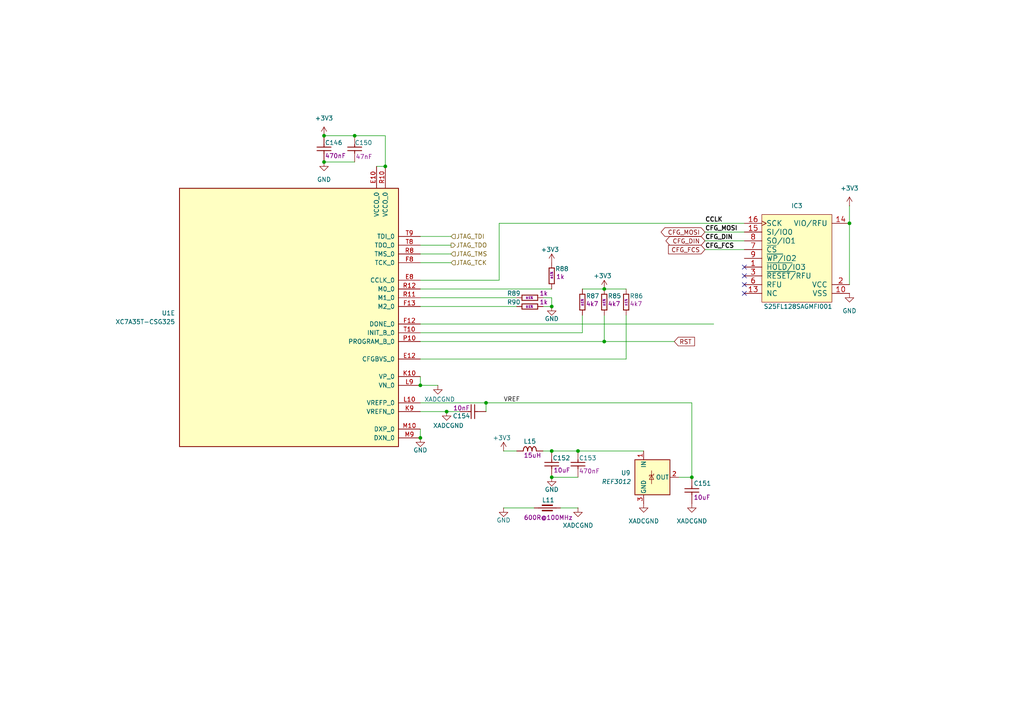
<source format=kicad_sch>
(kicad_sch (version 20250114) (generator "eeschema") (generator_version "9.0")
  (paper "A4")
  (junction (at 129.54 119.38))
  (junction (at 102.87 39.37))
  (junction (at 111.76 48.26))
  (junction (at 93.98 46.99))
  (junction (at 160.02 138.43))
  (junction (at 200.66 138.43))
  (junction (at 121.92 127))
  (junction (at 121.92 111.76))
  (junction (at 160.02 88.9))
  (junction (at 167.64 130.81))
  (junction (at 93.98 39.37))
  (junction (at 140.97 116.84))
  (junction (at 246.38 64.77))
  (junction (at 175.26 83.82))
  (junction (at 160.02 130.81))
  (junction (at 175.26 99.06))
  (no_connect (at 215.9 82.55))
  (no_connect (at 215.9 80.01))
  (no_connect (at 215.9 85.09))
  (no_connect (at 215.9 77.47))
  (wire (pts (xy 121.92 76.2) (xy 130.81 76.2)))
  (wire (pts (xy 160.02 138.43) (xy 167.64 138.43)))
  (wire (pts (xy 157.48 130.81) (xy 160.02 130.81)))
  (wire (pts (xy 204.47 67.31) (xy 215.9 67.31)))
  (wire (pts (xy 204.47 72.39) (xy 215.9 72.39)))
  (wire (pts (xy 162.56 147.32) (xy 167.64 147.32)))
  (wire (pts (xy 140.97 116.84) (xy 121.92 116.84)))
  (wire (pts (xy 121.92 111.76) (xy 127 111.76)))
  (wire (pts (xy 200.66 116.84) (xy 200.66 138.43)))
  (wire (pts (xy 175.26 83.82) (xy 181.61 83.82)))
  (wire (pts (xy 111.76 39.37) (xy 111.76 48.26)))
  (wire (pts (xy 246.38 64.77) (xy 246.38 82.55)))
  (wire (pts (xy 167.64 130.81) (xy 186.69 130.81)))
  (wire (pts (xy 121.92 99.06) (xy 175.26 99.06)))
  (wire (pts (xy 121.92 109.22) (xy 121.92 111.76)))
  (wire (pts (xy 146.05 130.81) (xy 149.86 130.81)))
  (wire (pts (xy 246.38 59.69) (xy 246.38 64.77)))
  (wire (pts (xy 168.91 96.52) (xy 168.91 91.44)))
  (wire (pts (xy 175.26 99.06) (xy 195.58 99.06)))
  (wire (pts (xy 157.48 88.9) (xy 160.02 88.9)))
  (wire (pts (xy 160.02 130.81) (xy 167.64 130.81)))
  (wire (pts (xy 157.48 86.36) (xy 160.02 86.36)))
  (wire (pts (xy 102.87 39.37) (xy 111.76 39.37)))
  (wire (pts (xy 121.92 68.58) (xy 130.81 68.58)))
  (wire (pts (xy 144.78 64.77) (xy 215.9 64.77)))
  (wire (pts (xy 109.22 48.26) (xy 111.76 48.26)))
  (wire (pts (xy 146.05 147.32) (xy 154.94 147.32)))
  (wire (pts (xy 121.92 96.52) (xy 168.91 96.52)))
  (wire (pts (xy 144.78 81.28) (xy 144.78 64.77)))
  (wire (pts (xy 121.92 93.98) (xy 207.01 93.98)))
  (wire (pts (xy 181.61 104.14) (xy 181.61 91.44)))
  (wire (pts (xy 121.92 88.9) (xy 149.86 88.9)))
  (wire (pts (xy 121.92 81.28) (xy 144.78 81.28)))
  (wire (pts (xy 121.92 124.46) (xy 121.92 127)))
  (wire (pts (xy 121.92 104.14) (xy 181.61 104.14)))
  (wire (pts (xy 121.92 71.12) (xy 130.81 71.12)))
  (wire (pts (xy 129.54 119.38) (xy 133.35 119.38)))
  (wire (pts (xy 121.92 73.66) (xy 130.81 73.66)))
  (wire (pts (xy 93.98 39.37) (xy 102.87 39.37)))
  (wire (pts (xy 200.66 116.84) (xy 140.97 116.84)))
  (wire (pts (xy 175.26 99.06) (xy 175.26 91.44)))
  (wire (pts (xy 121.92 119.38) (xy 129.54 119.38)))
  (wire (pts (xy 140.97 116.84) (xy 140.97 119.38)))
  (wire (pts (xy 121.92 86.36) (xy 149.86 86.36)))
  (wire (pts (xy 196.85 138.43) (xy 200.66 138.43)))
  (wire (pts (xy 121.92 83.82) (xy 160.02 83.82)))
  (wire (pts (xy 204.47 69.85) (xy 215.9 69.85)))
  (wire (pts (xy 168.91 83.82) (xy 175.26 83.82)))
  (wire (pts (xy 93.98 46.99) (xy 102.87 46.99)))
  (wire (pts (xy 160.02 86.36) (xy 160.02 88.9)))
  (label "CCLK" (at 204.47 64.77 0) (effects (font (thickness 0.254) (bold yes))))
  (label "CFG_MOSI" (at 204.47 67.31 0) (effects (font (thickness 0.254) (bold yes))))
  (label "CFG_FCS" (at 204.47 72.39 0) (effects (font (thickness 0.254) (bold yes))))
  (label "VREF" (at 146.05 116.84 0))
  (label "CFG_DIN" (at 204.47 69.85 0) (effects (font (thickness 0.254) (bold yes))))
  (global_label "CFG_MOSI" (shape bidirectional) (at 204.47 67.31 180) (effects (font (thickness 0.1588))) (property "Intersheetrefs" "${INTERSHEET_REFS}" (effects (hide yes))))
  (global_label "CFG_DIN" (shape bidirectional) (at 204.47 69.85 180) (effects (font (thickness 0.1588))) (property "Intersheetrefs" "${INTERSHEET_REFS}" (effects (hide yes))))
  (global_label "RST" (shape input) (at 195.58 99.06 0) (property "Intersheetrefs" "${INTERSHEET_REFS}" (effects (hide yes))))
  (global_label "CFG_FCS" (shape input) (at 204.47 72.39 180) (effects (font (thickness 0.1588))) (property "Intersheetrefs" "${INTERSHEET_REFS}" (effects (hide yes))))
  (hierarchical_label "JTAG_TDI" (shape input) (at 130.81 68.58 0))
  (hierarchical_label "JTAG_TMS" (shape input) (at 130.81 73.66 0))
  (hierarchical_label "JTAG_TDO" (shape output) (at 130.81 71.12 0))
  (hierarchical_label "JTAG_TCK" (shape input) (at 130.81 76.2 0))
  (symbol (lib_id "power:+1V0") (at 146.05 130.81 0) (unit 1)
    (property "Reference" "#PWR0139" (effects (hide yes)))
    (property "Value" "+3V3" (at 145.542 127 0))
    (property "Description" "Power symbol creates a global label with name \"+1V0\"" (effects (hide yes)))
  )
  (symbol (lib_id "Capacitors SMD:CC0402_10UF_6.3V_20%_X5R") (at 160.02 138.43 90) (unit 1)
    (property "Reference" "C152" (at 160.274 132.842 90) (effects (justify right)))
    (property "Value" "CC0402_10UF_6.3V_20%_X5R" (effects (hide yes)))
    (property "Footprint" "Capacitors SMD:CAPC1005X70N" (effects (hide yes)))
    (property "Datasheet" "\\\\cern.ch\\dfs\\Applications\\Altium\\Datasheets\\CC0402_X5R_TDK_C.pdf" (effects (hide yes)))
    (property "Description" "SMD Multilayer Chip Ceramic Capacitor" (effects (hide yes)))
    (property "Val" "10uF" (at 160.528 136.398 90) (effects (justify right)))
    (property "Part Number" "CC0402_10UF_6.3V_20%_X5R" (effects (hide yes)))
    (property "Library Ref" "Capacitor - non polarized" (effects (hide yes)))
    (property "Library Path" "SchLib\\Capacitors.SchLib" (effects (hide yes)))
    (property "Comment" "10uF" (effects (hide yes)))
    (property "Component Kind" "Standard" (effects (hide yes)))
    (property "Component Type" "Standard" (effects (hide yes)))
    (property "Pin Count" "2" (effects (hide yes)))
    (property "Footprint Path" "PcbLib\\Capacitors SMD.PcbLib" (effects (hide yes)))
    (property "Footprint Ref" "CAPC1005X70N" (effects (hide yes)))
    (property "PackageDescription" " " (effects (hide yes)))
    (property "Status" "Preferred" (effects (hide yes)))
    (property "Status Comment" " " (effects (hide yes)))
    (property "Voltage" "6.3V" (effects (hide yes)))
    (property "TC" "X5R" (effects (hide yes)))
    (property "Tolerance" "±10%" (effects (hide yes)))
    (property "Part Description" "SMD Multilayer Chip Ceramic Capacitor" (effects (hide yes)))
    (property "Manufacturer" "GENERIC" (effects (hide yes)))
    (property "Manufacturer Part Number" "CC0402_10UF_6.3V_20%_X5R" (effects (hide yes)))
    (property "Case" "0402" (effects (hide yes)))
    (property "Mounted" "Yes" (effects (hide yes)))
    (property "Socket" "No" (effects (hide yes)))
    (property "SMD" "Yes" (effects (hide yes)))
    (property "PressFit" " " (effects (hide yes)))
    (property "Sense" "No" (effects (hide yes)))
    (property "Sense Comment" " " (effects (hide yes)))
    (property "ComponentHeight" " " (effects (hide yes)))
    (property "Manufacturer1 Example" "TDK" (effects (hide yes)))
    (property "Manufacturer1 Part Number" "C1005X5R0J106M050" (effects (hide yes)))
    (property "Manufacturer1 ComponentHeight" "0.70mm" (effects (hide yes)))
    (property "HelpURL" "\\\\cern.ch\\dfs\\Applications\\Altium\\Datasheets\\CC0402_X5R_TDK_C.pdf" (effects (hide yes)))
    (property "Author" "CERN DEM JLC" (effects (hide yes)))
    (property "CreateDate" "01/07/15 00:00:00" (effects (hide yes)))
    (property "LatestRevisionDate" "01/07/15 00:00:00" (effects (hide yes)))
    (property "Database Table Name" "Capacitors" (effects (hide yes)))
    (property "Library Name" "Capacitors SMD" (effects (hide yes)))
    (property "Footprint Library" "Capacitors SMD" (effects (hide yes)))
    (property "License" "CC-BY-SA 4.0" (effects (hide yes)))
  )
  (symbol (lib_id "power:GND") (at 121.92 127 0) (unit 1)
    (property "Reference" "#PWR0133" (effects (hide yes)))
    (property "Value" "GND" (at 121.92 130.556 0))
    (property "Description" "Power symbol creates a global label with name \"GND\" , ground" (effects (hide yes)))
  )
  (symbol (lib_id "power:GND") (at 167.64 147.32 0) (unit 1)
    (property "Reference" "#PWR0136" (effects (hide yes)))
    (property "Value" "XADCGND" (at 167.64 152.4 0))
    (property "Description" "Power symbol creates a global label with name \"GND\" , ground" (effects (hide yes)))
  )
  (symbol (lib_id "power:GND") (at 200.66 146.05 0) (unit 1)
    (property "Reference" "#PWR0134" (effects (hide yes)))
    (property "Value" "XADCGND" (at 200.66 151.13 0))
    (property "Description" "Power symbol creates a global label with name \"GND\" , ground" (effects (hide yes)))
  )
  (symbol (lib_id "Reference_Voltage:REF3012") (at 189.23 138.43 0) (unit 1)
    (property "Reference" "U9" (at 182.88 137.1599 0) (effects (justify right)))
    (property "Value" "REF3012" (at 182.88 139.6999 0) (effects (font (italic yes)) (justify right)))
    (property "Footprint" "Package_TO_SOT_SMD:SOT-23" (effects (hide yes)))
    (property "Datasheet" "http://www.ti.com/lit/ds/symlink/ref3033.pdf" (effects (hide yes)))
    (property "Description" "1.25V 50-ppm/°C Max, 50-μA, CMOS Voltage Reference, SOT-23-3" (effects (hide yes)))
  )
  (symbol (lib_id "Capacitors SMD:CC0201_470NF_4V_20%_X5R") (at 167.64 138.43 90) (unit 1)
    (property "Reference" "C153" (at 167.894 132.842 90) (effects (justify right)))
    (property "Value" "CC0201_470NF_4V_20%_X5R" (effects (hide yes)))
    (property "Footprint" "Capacitors SMD:CAPC0603X33N" (effects (hide yes)))
    (property "Datasheet" "\\\\cern.ch\\dfs\\Applications\\Altium\\Datasheets\\CC0201_X5R_TAIYO-YUDEN_STANDARD-CLASS2.pdf" (effects (hide yes)))
    (property "Description" "SMD Multilayer Chip Ceramic Capacitor" (effects (hide yes)))
    (property "Val" "470nF" (at 167.894 136.652 90) (effects (justify right)))
    (property "Part Number" "CC0201_470NF_4V_20%_X5R" (effects (hide yes)))
    (property "Library Ref" "Capacitor - non polarized" (effects (hide yes)))
    (property "Library Path" "SchLib\\Capacitors.SchLib" (effects (hide yes)))
    (property "Comment" "470nF" (effects (hide yes)))
    (property "Component Kind" "Standard" (effects (hide yes)))
    (property "Component Type" "Standard" (effects (hide yes)))
    (property "Pin Count" "2" (effects (hide yes)))
    (property "Footprint Path" "PcbLib\\Capacitors SMD.PcbLib" (effects (hide yes)))
    (property "Footprint Ref" "CAPC0603X33N" (effects (hide yes)))
    (property "PackageDescription" " " (effects (hide yes)))
    (property "Status" "Not Recommended" (effects (hide yes)))
    (property "Status Comment" " " (effects (hide yes)))
    (property "Voltage" "4V" (effects (hide yes)))
    (property "TC" "X5R" (effects (hide yes)))
    (property "Tolerance" "±20%" (effects (hide yes)))
    (property "Part Description" "SMD Multilayer Chip Ceramic Capacitor" (effects (hide yes)))
    (property "Manufacturer" "GENERIC" (effects (hide yes)))
    (property "Manufacturer Part Number" "CC0201_470NF_4V_20%_X5R" (effects (hide yes)))
    (property "Case" "0201" (effects (hide yes)))
    (property "Mounted" "Yes" (effects (hide yes)))
    (property "Socket" "No" (effects (hide yes)))
    (property "SMD" "Yes" (effects (hide yes)))
    (property "PressFit" " " (effects (hide yes)))
    (property "Sense" "No" (effects (hide yes)))
    (property "Sense Comment" " " (effects (hide yes)))
    (property "ComponentHeight" " " (effects (hide yes)))
    (property "Manufacturer1 Example" "TAIYO YUDEN" (effects (hide yes)))
    (property "Manufacturer1 Part Number" "AMK063BJ474MP-F" (effects (hide yes)))
    (property "Manufacturer1 ComponentHeight" "0.33mm" (effects (hide yes)))
    (property "HelpURL" "\\\\cern.ch\\dfs\\Applications\\Altium\\Datasheets\\CC0201_X5R_TAIYO-YUDEN_STANDARD-CLASS2.pdf" (effects (hide yes)))
    (property "Author" "CERN DEM JLC" (effects (hide yes)))
    (property "CreateDate" "05/27/10 00:00:00" (effects (hide yes)))
    (property "LatestRevisionDate" "05/27/10 00:00:00" (effects (hide yes)))
    (property "Database Table Name" "Capacitors" (effects (hide yes)))
    (property "Library Name" "Capacitors SMD" (effects (hide yes)))
    (property "Footprint Library" "Capacitors SMD" (effects (hide yes)))
    (property "License" "CC-BY-SA 4.0" (effects (hide yes)))
  )
  (symbol (lib_id "Capacitors SMD:CC0201_470NF_4V_20%_X5R") (at 93.98 46.99 90) (unit 1)
    (property "Reference" "C146" (at 94.234 41.402 90) (effects (justify right)))
    (property "Value" "CC0201_470NF_4V_20%_X5R" (effects (hide yes)))
    (property "Footprint" "Capacitors SMD:CAPC0603X33N" (effects (hide yes)))
    (property "Datasheet" "\\\\cern.ch\\dfs\\Applications\\Altium\\Datasheets\\CC0201_X5R_TAIYO-YUDEN_STANDARD-CLASS2.pdf" (effects (hide yes)))
    (property "Description" "SMD Multilayer Chip Ceramic Capacitor" (effects (hide yes)))
    (property "Val" "470nF" (at 94.234 45.212 90) (effects (justify right)))
    (property "Part Number" "CC0201_470NF_4V_20%_X5R" (effects (hide yes)))
    (property "Library Ref" "Capacitor - non polarized" (effects (hide yes)))
    (property "Library Path" "SchLib\\Capacitors.SchLib" (effects (hide yes)))
    (property "Comment" "470nF" (effects (hide yes)))
    (property "Component Kind" "Standard" (effects (hide yes)))
    (property "Component Type" "Standard" (effects (hide yes)))
    (property "Pin Count" "2" (effects (hide yes)))
    (property "Footprint Path" "PcbLib\\Capacitors SMD.PcbLib" (effects (hide yes)))
    (property "Footprint Ref" "CAPC0603X33N" (effects (hide yes)))
    (property "PackageDescription" " " (effects (hide yes)))
    (property "Status" "Not Recommended" (effects (hide yes)))
    (property "Status Comment" " " (effects (hide yes)))
    (property "Voltage" "4V" (effects (hide yes)))
    (property "TC" "X5R" (effects (hide yes)))
    (property "Tolerance" "±20%" (effects (hide yes)))
    (property "Part Description" "SMD Multilayer Chip Ceramic Capacitor" (effects (hide yes)))
    (property "Manufacturer" "GENERIC" (effects (hide yes)))
    (property "Manufacturer Part Number" "CC0201_470NF_4V_20%_X5R" (effects (hide yes)))
    (property "Case" "0201" (effects (hide yes)))
    (property "Mounted" "Yes" (effects (hide yes)))
    (property "Socket" "No" (effects (hide yes)))
    (property "SMD" "Yes" (effects (hide yes)))
    (property "PressFit" " " (effects (hide yes)))
    (property "Sense" "No" (effects (hide yes)))
    (property "Sense Comment" " " (effects (hide yes)))
    (property "ComponentHeight" " " (effects (hide yes)))
    (property "Manufacturer1 Example" "TAIYO YUDEN" (effects (hide yes)))
    (property "Manufacturer1 Part Number" "AMK063BJ474MP-F" (effects (hide yes)))
    (property "Manufacturer1 ComponentHeight" "0.33mm" (effects (hide yes)))
    (property "HelpURL" "\\\\cern.ch\\dfs\\Applications\\Altium\\Datasheets\\CC0201_X5R_TAIYO-YUDEN_STANDARD-CLASS2.pdf" (effects (hide yes)))
    (property "Author" "CERN DEM JLC" (effects (hide yes)))
    (property "CreateDate" "05/27/10 00:00:00" (effects (hide yes)))
    (property "LatestRevisionDate" "05/27/10 00:00:00" (effects (hide yes)))
    (property "Database Table Name" "Capacitors" (effects (hide yes)))
    (property "Library Name" "Capacitors SMD" (effects (hide yes)))
    (property "Footprint Library" "Capacitors SMD" (effects (hide yes)))
    (property "License" "CC-BY-SA 4.0" (effects (hide yes)))
  )
  (symbol (lib_id "FPGA_Xilinx_Artix7:XC7A35T-CSG325") (at 83.82 88.9 0) (unit 5)
    (property "Reference" "U1" (at 50.8 90.8049 0) (effects (justify right)))
    (property "Value" "XC7A35T-CSG325" (at 50.8 93.3449 0) (effects (justify right)))
    (property "Footprint" "Package_BGA:Xilinx_CSG325" (effects (hide yes)))
    (property "Description" "Artix 7 T 35 XC7A35T-CSG325" (effects (hide yes)))
  )
  (symbol (lib_id "power:+1V0") (at 160.02 76.2 0) (unit 1)
    (property "Reference" "#PWR0131" (effects (hide yes)))
    (property "Value" "+3V3" (at 159.512 72.39 0))
    (property "Description" "Power symbol creates a global label with name \"+1V0\"" (effects (hide yes)))
  )
  (symbol (lib_id "Capacitors SMD:CC0402_10UF_6.3V_20%_X5R") (at 200.66 146.05 90) (unit 1)
    (property "Reference" "C151" (at 201.168 140.208 90) (effects (justify right)))
    (property "Value" "CC0402_10UF_6.3V_20%_X5R" (effects (hide yes)))
    (property "Footprint" "Capacitors SMD:CAPC1005X70N" (effects (hide yes)))
    (property "Datasheet" "\\\\cern.ch\\dfs\\Applications\\Altium\\Datasheets\\CC0402_X5R_TDK_C.pdf" (effects (hide yes)))
    (property "Description" "SMD Multilayer Chip Ceramic Capacitor" (effects (hide yes)))
    (property "Val" "10uF" (at 201.168 144.272 90) (effects (justify right)))
    (property "Part Number" "CC0402_10UF_6.3V_20%_X5R" (effects (hide yes)))
    (property "Library Ref" "Capacitor - non polarized" (effects (hide yes)))
    (property "Library Path" "SchLib\\Capacitors.SchLib" (effects (hide yes)))
    (property "Comment" "10uF" (effects (hide yes)))
    (property "Component Kind" "Standard" (effects (hide yes)))
    (property "Component Type" "Standard" (effects (hide yes)))
    (property "Pin Count" "2" (effects (hide yes)))
    (property "Footprint Path" "PcbLib\\Capacitors SMD.PcbLib" (effects (hide yes)))
    (property "Footprint Ref" "CAPC1005X70N" (effects (hide yes)))
    (property "PackageDescription" " " (effects (hide yes)))
    (property "Status" "Preferred" (effects (hide yes)))
    (property "Status Comment" " " (effects (hide yes)))
    (property "Voltage" "6.3V" (effects (hide yes)))
    (property "TC" "X5R" (effects (hide yes)))
    (property "Tolerance" "±10%" (effects (hide yes)))
    (property "Part Description" "SMD Multilayer Chip Ceramic Capacitor" (effects (hide yes)))
    (property "Manufacturer" "GENERIC" (effects (hide yes)))
    (property "Manufacturer Part Number" "CC0402_10UF_6.3V_20%_X5R" (effects (hide yes)))
    (property "Case" "0402" (effects (hide yes)))
    (property "Mounted" "Yes" (effects (hide yes)))
    (property "Socket" "No" (effects (hide yes)))
    (property "SMD" "Yes" (effects (hide yes)))
    (property "PressFit" " " (effects (hide yes)))
    (property "Sense" "No" (effects (hide yes)))
    (property "Sense Comment" " " (effects (hide yes)))
    (property "ComponentHeight" " " (effects (hide yes)))
    (property "Manufacturer1 Example" "TDK" (effects (hide yes)))
    (property "Manufacturer1 Part Number" "C1005X5R0J106M050" (effects (hide yes)))
    (property "Manufacturer1 ComponentHeight" "0.70mm" (effects (hide yes)))
    (property "HelpURL" "\\\\cern.ch\\dfs\\Applications\\Altium\\Datasheets\\CC0402_X5R_TDK_C.pdf" (effects (hide yes)))
    (property "Author" "CERN DEM JLC" (effects (hide yes)))
    (property "CreateDate" "01/07/15 00:00:00" (effects (hide yes)))
    (property "LatestRevisionDate" "01/07/15 00:00:00" (effects (hide yes)))
    (property "Database Table Name" "Capacitors" (effects (hide yes)))
    (property "Library Name" "Capacitors SMD" (effects (hide yes)))
    (property "Footprint Library" "Capacitors SMD" (effects (hide yes)))
    (property "License" "CC-BY-SA 4.0" (effects (hide yes)))
  )
  (symbol (lib_id "Capacitors SMD:CC0201_10NF_10V_10%_X5R") (at 140.97 119.38 180) (unit 1)
    (property "Reference" "C154" (at 133.858 120.65 0))
    (property "Value" "CC0201_10NF_10V_10%_X5R" (effects (hide yes)))
    (property "Footprint" "Capacitors SMD:CAPC0603X33N" (effects (hide yes)))
    (property "Datasheet" "\\\\cern.ch\\dfs\\Applications\\Altium\\Datasheets\\CC0201_X5R_AVX.pdf" (effects (hide yes)))
    (property "Description" "SMD Multilayer Chip Ceramic Capacitor" (effects (hide yes)))
    (property "Val" "10nF" (at 133.858 118.364 0))
    (property "Part Number" "CC0201_10NF_10V_10%_X5R" (effects (hide yes)))
    (property "Library Ref" "Capacitor - non polarized" (effects (hide yes)))
    (property "Library Path" "SchLib\\Capacitors.SchLib" (effects (hide yes)))
    (property "Comment" "10nF" (effects (hide yes)))
    (property "Component Kind" "Standard" (effects (hide yes)))
    (property "Component Type" "Standard" (effects (hide yes)))
    (property "Pin Count" "2" (effects (hide yes)))
    (property "Footprint Path" "PcbLib\\Capacitors SMD.PcbLib" (effects (hide yes)))
    (property "Footprint Ref" "CAPC0603X33N" (effects (hide yes)))
    (property "PackageDescription" " " (effects (hide yes)))
    (property "Status" "Not Recommended" (effects (hide yes)))
    (property "Status Comment" " " (effects (hide yes)))
    (property "Voltage" "10V" (effects (hide yes)))
    (property "TC" "X5R" (effects (hide yes)))
    (property "Tolerance" "±10%" (effects (hide yes)))
    (property "Part Description" "SMD Multilayer Chip Ceramic Capacitor" (effects (hide yes)))
    (property "Manufacturer" "GENERIC" (effects (hide yes)))
    (property "Manufacturer Part Number" "CC0201_10NF_10V_10%_X5R" (effects (hide yes)))
    (property "Case" "0201" (effects (hide yes)))
    (property "Mounted" "Yes" (effects (hide yes)))
    (property "Socket" "No" (effects (hide yes)))
    (property "SMD" "Yes" (effects (hide yes)))
    (property "PressFit" " " (effects (hide yes)))
    (property "Sense" "No" (effects (hide yes)))
    (property "Sense Comment" " " (effects (hide yes)))
    (property "ComponentHeight" " " (effects (hide yes)))
    (property "Manufacturer1 Example" "AVX" (effects (hide yes)))
    (property "Manufacturer1 Part Number" "0201ZD103KAT2A" (effects (hide yes)))
    (property "Manufacturer1 ComponentHeight" "0.33mm" (effects (hide yes)))
    (property "HelpURL" "\\\\cern.ch\\dfs\\Applications\\Altium\\Datasheets\\CC0201_X5R_AVX.pdf" (effects (hide yes)))
    (property "Author" "CERN DEM JLC" (effects (hide yes)))
    (property "CreateDate" "12/03/07 00:00:00" (effects (hide yes)))
    (property "LatestRevisionDate" "12/03/07 00:00:00" (effects (hide yes)))
    (property "Database Table Name" "Capacitors" (effects (hide yes)))
    (property "Library Name" "Capacitors SMD" (effects (hide yes)))
    (property "Footprint Library" "Capacitors SMD" (effects (hide yes)))
    (property "License" "CC-BY-SA 4.0" (effects (hide yes)))
  )
  (symbol (lib_id "Inductors SMD:IND0603_MURATA_BLM18AG601SN1") (at 154.94 147.32 0) (unit 1)
    (property "Reference" "L11" (at 159.004 145.034 0))
    (property "Value" "IND0603_MURATA_BLM18AG601SN1" (effects (hide yes)))
    (property "Footprint" "Inductors SMD:INDC1608X95N" (effects (hide yes)))
    (property "Datasheet" "\\\\cern.ch\\dfs\\Applications\\Altium\\Datasheets\\IND0603_MURATA_BLM18A.pdf" (effects (hide yes)))
    (property "Description" "SMD EMIFIL Suppression Chip Ferrite Bead" (effects (hide yes)))
    (property "Val" "600R@100MHz" (at 159.004 150.114 0))
    (property "Part Number" "IND0603_MURATA_BLM18AG601SN1" (effects (hide yes)))
    (property "Library Ref" "Ferrite Bead" (effects (hide yes)))
    (property "Library Path" "SchLib\\Inductors & Transformers.SchLib" (effects (hide yes)))
    (property "Comment" "600R@100MHz" (effects (hide yes)))
    (property "Component Kind" "Standard" (effects (hide yes)))
    (property "Component Type" "Standard" (effects (hide yes)))
    (property "PackageDescription" " " (effects (hide yes)))
    (property "Pin Count" "2" (effects (hide yes)))
    (property "Footprint Path" "PcbLib\\Inductors SMD.PcbLib" (effects (hide yes)))
    (property "Footprint Ref" "INDC1608X95N" (effects (hide yes)))
    (property "Status" " " (effects (hide yes)))
    (property "Power" "500mA" (effects (hide yes)))
    (property "Resistance" "0.38R" (effects (hide yes)))
    (property "Tolerance" "±25%" (effects (hide yes)))
    (property "Part Description" "SMD EMIFIL Suppression Chip Ferrite Bead" (effects (hide yes)))
    (property "Manufacturer" "MURATA" (effects (hide yes)))
    (property "Manufacturer Part Number" "BLM18AG601SN1" (effects (hide yes)))
    (property "Case" "0603" (effects (hide yes)))
    (property "Mounted" "Yes" (effects (hide yes)))
    (property "Socket" "No" (effects (hide yes)))
    (property "SMD" "Yes" (effects (hide yes)))
    (property "Sense Comment" " " (effects (hide yes)))
    (property "Sense" "No" (effects (hide yes)))
    (property "Status Comment" " " (effects (hide yes)))
    (property "ComponentHeight" "0.95mm" (effects (hide yes)))
    (property "HelpURL" "\\\\cern.ch\\dfs\\Applications\\Altium\\Datasheets\\IND0603_MURATA_BLM18A.pdf" (effects (hide yes)))
    (property "Author" "CERN DEM MR" (effects (hide yes)))
    (property "CreateDate" "04/01/16 00:00:00" (effects (hide yes)))
    (property "LatestRevisionDate" "10/25/18 00:00:00" (effects (hide yes)))
    (property "Database Table Name" "Inductors & Transformers" (effects (hide yes)))
    (property "Library Name" "Inductors SMD" (effects (hide yes)))
    (property "Footprint Library" "Inductors SMD" (effects (hide yes)))
    (property "License" "CC-BY-SA 4.0" (effects (hide yes)))
  )
  (symbol (lib_id "power:+1V0") (at 93.98 39.37 0) (unit 1)
    (property "Reference" "#PWR0124" (effects (hide yes)))
    (property "Value" "+3V3" (at 93.98 34.29 0))
    (property "Description" "Power symbol creates a global label with name \"+1V0\"" (effects (hide yes)))
  )
  (symbol (lib_id "power:GND") (at 160.02 138.43 0) (unit 1)
    (property "Reference" "#PWR0138" (effects (hide yes)))
    (property "Value" "GND" (at 160.02 141.986 0))
    (property "Description" "Power symbol creates a global label with name \"GND\" , ground" (effects (hide yes)))
  )
  (symbol (lib_id "Capacitors SMD:CC0201_47NF_6.3V_10%_X5R") (at 102.87 46.99 90) (unit 1)
    (property "Reference" "C150" (at 102.87 41.402 90) (effects (justify right)))
    (property "Value" "CC0201_47NF_6.3V_10%_X5R" (effects (hide yes)))
    (property "Footprint" "Capacitors SMD:CAPC0603X33N" (effects (hide yes)))
    (property "Datasheet" "\\\\cern.ch\\dfs\\Applications\\Altium\\Datasheets\\CC0201_X5R_AVX.pdf" (effects (hide yes)))
    (property "Description" "SMD Multilayer Chip Ceramic Capacitor" (effects (hide yes)))
    (property "Val" "47nF" (at 103.124 45.466 90) (effects (justify right)))
    (property "Part Number" "CC0201_47NF_6.3V_10%_X5R" (effects (hide yes)))
    (property "Library Ref" "Capacitor - non polarized" (effects (hide yes)))
    (property "Library Path" "SchLib\\Capacitors.SchLib" (effects (hide yes)))
    (property "Comment" "47nF" (effects (hide yes)))
    (property "Component Kind" "Standard" (effects (hide yes)))
    (property "Component Type" "Standard" (effects (hide yes)))
    (property "Pin Count" "2" (effects (hide yes)))
    (property "Footprint Path" "PcbLib\\Capacitors SMD.PcbLib" (effects (hide yes)))
    (property "Footprint Ref" "CAPC0603X33N" (effects (hide yes)))
    (property "PackageDescription" " " (effects (hide yes)))
    (property "Status" "Not Recommended" (effects (hide yes)))
    (property "Status Comment" " " (effects (hide yes)))
    (property "Voltage" "6.3V" (effects (hide yes)))
    (property "TC" "X5R" (effects (hide yes)))
    (property "Tolerance" "±10%" (effects (hide yes)))
    (property "Part Description" "SMD Multilayer Chip Ceramic Capacitor" (effects (hide yes)))
    (property "Manufacturer" "GENERIC" (effects (hide yes)))
    (property "Manufacturer Part Number" "CC0201_47NF_6.3V_10%_X5R" (effects (hide yes)))
    (property "Case" "0201" (effects (hide yes)))
    (property "Mounted" "Yes" (effects (hide yes)))
    (property "Socket" "No" (effects (hide yes)))
    (property "SMD" "Yes" (effects (hide yes)))
    (property "PressFit" " " (effects (hide yes)))
    (property "Sense" "No" (effects (hide yes)))
    (property "Sense Comment" " " (effects (hide yes)))
    (property "ComponentHeight" " " (effects (hide yes)))
    (property "Manufacturer1 Example" "AVX" (effects (hide yes)))
    (property "Manufacturer1 Part Number" "02016D473KAT2A" (effects (hide yes)))
    (property "Manufacturer1 ComponentHeight" "0.33mm" (effects (hide yes)))
    (property "HelpURL" "\\\\cern.ch\\dfs\\Applications\\Altium\\Datasheets\\CC0201_X5R_AVX.pdf" (effects (hide yes)))
    (property "Author" "CERN DEM JLC" (effects (hide yes)))
    (property "CreateDate" "12/03/07 00:00:00" (effects (hide yes)))
    (property "LatestRevisionDate" "12/03/07 00:00:00" (effects (hide yes)))
    (property "Database Table Name" "Capacitors" (effects (hide yes)))
    (property "Library Name" "Capacitors SMD" (effects (hide yes)))
    (property "Footprint Library" "Capacitors SMD" (effects (hide yes)))
    (property "License" "CC-BY-SA 4.0" (effects (hide yes)))
  )
  (symbol (lib_id "Resistors SMD:R0402_1K_1%_0.0625W_100PPM") (at 160.02 83.82 90) (unit 1)
    (property "Reference" "R88" (at 161.036 77.978 90) (effects (justify right)))
    (property "Value" "R0402_1K_1%_0.0625W_100PPM" (effects (hide yes)))
    (property "Footprint" "Resistors SMD:RESC1005X40N" (effects (hide yes)))
    (property "Datasheet" "\\\\cern.ch\\dfs\\Applications\\Altium\\Datasheets\\R0402_Phycomp_RC0402.pdf" (effects (hide yes)))
    (property "Description" "General Purpose Thick Film Chip Resistor" (effects (hide yes)))
    (property "Tolerance" "±1%" (at 160.02 78.74 0) (effects (font (size 0.635 0.635)) (justify right)))
    (property "Val" "1k" (at 161.29 80.264 90) (effects (justify right)))
    (property "Part Number" "R0402_1K_1%_0.0625W_100PPM" (effects (hide yes)))
    (property "Library Ref" "Resistor - 1%" (effects (hide yes)))
    (property "Library Path" "SchLib\\Resistors.SchLib" (effects (hide yes)))
    (property "Comment" "1k" (effects (hide yes)))
    (property "Component Kind" "Standard" (effects (hide yes)))
    (property "Component Type" "Standard" (effects (hide yes)))
    (property "PackageDescription" " " (effects (hide yes)))
    (property "Pin Count" "2" (effects (hide yes)))
    (property "Footprint Path" "PcbLib\\Resistors SMD.PcbLib" (effects (hide yes)))
    (property "Footprint Ref" "RESC1005X40N" (effects (hide yes)))
    (property "Status" "Not Recommended" (effects (hide yes)))
    (property "Power" "0.0625W" (effects (hide yes)))
    (property "TC" "±100ppm/°C" (effects (hide yes)))
    (property "Voltage" " " (effects (hide yes)))
    (property "Part Description" "General Purpose Thick Film Chip Resistor" (effects (hide yes)))
    (property "Manufacturer" "GENERIC" (effects (hide yes)))
    (property "Manufacturer Part Number" "R0402_1K_1%_0.0625W_100PPM" (effects (hide yes)))
    (property "Case" "0402" (effects (hide yes)))
    (property "PressFit" "No" (effects (hide yes)))
    (property "Mounted" "Yes" (effects (hide yes)))
    (property "Sense Comment" " " (effects (hide yes)))
    (property "Sense" "No" (effects (hide yes)))
    (property "Status Comment" " " (effects (hide yes)))
    (property "Socket" "No" (effects (hide yes)))
    (property "SMD" "Yes" (effects (hide yes)))
    (property "ComponentHeight" " " (effects (hide yes)))
    (property "Manufacturer1 Example" "YAGEO PHYCOMP" (effects (hide yes)))
    (property "Manufacturer1 Part Number" "232270671002L" (effects (hide yes)))
    (property "Manufacturer1 ComponentHeight" "0.4mm" (effects (hide yes)))
    (property "HelpURL" "\\\\cern.ch\\dfs\\Applications\\Altium\\Datasheets\\R0402_Phycomp_RC0402.pdf" (effects (hide yes)))
    (property "Author" "CERN DEM JLC" (effects (hide yes)))
    (property "CreateDate" "12/03/07 00:00:00" (effects (hide yes)))
    (property "LatestRevisionDate" "10/17/12 00:00:00" (effects (hide yes)))
    (property "Database Table Name" "Resistors" (effects (hide yes)))
    (property "Library Name" "Resistors SMD" (effects (hide yes)))
    (property "Footprint Library" "Resistors SMD" (effects (hide yes)))
    (property "License" "CC-BY-SA 4.0" (effects (hide yes)))
  )
  (symbol (lib_id "power:GND") (at 129.54 119.38 0) (unit 1)
    (property "Reference" "#PWR0135" (effects (hide yes)))
    (property "Value" "XADCGND" (at 130.048 123.444 0))
    (property "Description" "Power symbol creates a global label with name \"GND\" , ground" (effects (hide yes)))
  )
  (symbol (lib_id "Logic:S25FL128SAGMFI001") (at 220.98 62.23 0) (unit 1)
    (property "Reference" "IC3" (at 231.14 59.69 0))
    (property "Value" "S25FL128SAGMFI001" (at 221.488 88.9 0) (effects (justify left)))
    (property "Footprint" "ICs And Semiconductors SMD:SOIC127P1030X265-16N" (effects (hide yes)))
    (property "Datasheet" "\\\\cern.ch\\dfs\\Applications\\Altium\\Datasheets\\S25FL128SAGMFI001.pdf" (effects (hide yes)))
    (property "Description" "128Mbit, 133MHz, MirrorBit® Flash Non-Volatile Memory CMOS 3V Core with Versatile I/O Serial Peripheral Interface with Multi-I/O" (effects (hide yes)))
    (property "Part Number" "S25FL128SAGMFI001" (effects (hide yes)))
    (property "Library Ref" "S25FL128SAGMFI001" (effects (hide yes)))
    (property "Library Path" "SchLib\\Logic.SchLib" (effects (hide yes)))
    (property "Comment" "S25FL128SAGMFI001" (effects (hide yes)))
    (property "Component Kind" "Standard" (effects (hide yes)))
    (property "Component Type" "Standard" (effects (hide yes)))
    (property "Device" "S25FL128SAGMFI001" (effects (hide yes)))
    (property "PackageDescription" "SOIC, 1.27mm Pitch; 16 Pin, 7.50mm W X 10.3mm L X 2.65mm H body, IPC Medium Density" (effects (hide yes)))
    (property "Status" " " (effects (hide yes)))
    (property "Part Description" "128Mbit, 133MHz, MirrorBit® Flash Non-Volatile Memory CMOS 3V Core with Versatile I/O Serial Peripheral Interface with Multi-I/O" (effects (hide yes)))
    (property "Manufacturer" "CYPRESS" (effects (hide yes)))
    (property "Manufacturer Part Number" "S25FL128SAGMFI001" (effects (hide yes)))
    (property "Pin Count" "11" (effects (hide yes)))
    (property "Case" "SOIC16" (effects (hide yes)))
    (property "Mounted" "Yes" (effects (hide yes)))
    (property "Socket" "No" (effects (hide yes)))
    (property "SMD" "Yes" (effects (hide yes)))
    (property "PressFit" "No" (effects (hide yes)))
    (property "Sense" "No" (effects (hide yes)))
    (property "Bonding" "No" (effects (hide yes)))
    (property "Sense Comment" " " (effects (hide yes)))
    (property "Status Comment" " " (effects (hide yes)))
    (property "ComponentHeight" "2.65mm" (effects (hide yes)))
    (property "Footprint Path" "PcbLib\\ICs And Semiconductors SMD.PcbLib" (effects (hide yes)))
    (property "Footprint Ref" "SOIC127P1030X265-16N" (effects (hide yes)))
    (property "HelpURL" "\\\\cern.ch\\dfs\\Applications\\Altium\\Datasheets\\S25FL128SAGMFI001.pdf" (effects (hide yes)))
    (property "ComponentLink1URL" " " (effects (hide yes)))
    (property "ComponentLink1Description" " " (effects (hide yes)))
    (property "ComponentLink2URL" " " (effects (hide yes)))
    (property "ComponentLink2Description" " " (effects (hide yes)))
    (property "Author" "CERN DEM JLC" (effects (hide yes)))
    (property "CreateDate" "07/11/18 00:00:00" (effects (hide yes)))
    (property "LatestRevisionDate" "07/11/18 00:00:00" (effects (hide yes)))
    (property "SCEM" " " (effects (hide yes)))
    (property "Database Table Name" "ICs And Semiconductors" (effects (hide yes)))
    (property "Library Name" "Logic" (effects (hide yes)))
    (property "Footprint Library" "ICs And Semiconductors SMD" (effects (hide yes)))
    (property "License" "CC-BY-SA 4.0" (effects (hide yes)))
  )
  (symbol (lib_id "power:GND") (at 93.98 46.99 0) (unit 1)
    (property "Reference" "#PWR0125" (effects (hide yes)))
    (property "Value" "GND" (at 93.98 52.07 0))
    (property "Description" "Power symbol creates a global label with name \"GND\" , ground" (effects (hide yes)))
  )
  (symbol (lib_id "Resistors SMD:R0402_1K_1%_0.0625W_100PPM") (at 157.48 88.9 180) (unit 1)
    (property "Reference" "R90" (at 147.066 87.63 0) (effects (justify right)))
    (property "Value" "R0402_1K_1%_0.0625W_100PPM" (effects (hide yes)))
    (property "Footprint" "Resistors SMD:RESC1005X40N" (effects (hide yes)))
    (property "Datasheet" "\\\\cern.ch\\dfs\\Applications\\Altium\\Datasheets\\R0402_Phycomp_RC0402.pdf" (effects (hide yes)))
    (property "Description" "General Purpose Thick Film Chip Resistor" (effects (hide yes)))
    (property "Tolerance" "±1%" (at 152.4 88.9 0) (effects (font (size 0.635 0.635)) (justify right)))
    (property "Val" "1k" (at 156.464 87.63 0) (effects (justify right)))
    (property "Part Number" "R0402_1K_1%_0.0625W_100PPM" (effects (hide yes)))
    (property "Library Ref" "Resistor - 1%" (effects (hide yes)))
    (property "Library Path" "SchLib\\Resistors.SchLib" (effects (hide yes)))
    (property "Comment" "1k" (effects (hide yes)))
    (property "Component Kind" "Standard" (effects (hide yes)))
    (property "Component Type" "Standard" (effects (hide yes)))
    (property "PackageDescription" " " (effects (hide yes)))
    (property "Pin Count" "2" (effects (hide yes)))
    (property "Footprint Path" "PcbLib\\Resistors SMD.PcbLib" (effects (hide yes)))
    (property "Footprint Ref" "RESC1005X40N" (effects (hide yes)))
    (property "Status" "Not Recommended" (effects (hide yes)))
    (property "Power" "0.0625W" (effects (hide yes)))
    (property "TC" "±100ppm/°C" (effects (hide yes)))
    (property "Voltage" " " (effects (hide yes)))
    (property "Part Description" "General Purpose Thick Film Chip Resistor" (effects (hide yes)))
    (property "Manufacturer" "GENERIC" (effects (hide yes)))
    (property "Manufacturer Part Number" "R0402_1K_1%_0.0625W_100PPM" (effects (hide yes)))
    (property "Case" "0402" (effects (hide yes)))
    (property "PressFit" "No" (effects (hide yes)))
    (property "Mounted" "Yes" (effects (hide yes)))
    (property "Sense Comment" " " (effects (hide yes)))
    (property "Sense" "No" (effects (hide yes)))
    (property "Status Comment" " " (effects (hide yes)))
    (property "Socket" "No" (effects (hide yes)))
    (property "SMD" "Yes" (effects (hide yes)))
    (property "ComponentHeight" " " (effects (hide yes)))
    (property "Manufacturer1 Example" "YAGEO PHYCOMP" (effects (hide yes)))
    (property "Manufacturer1 Part Number" "232270671002L" (effects (hide yes)))
    (property "Manufacturer1 ComponentHeight" "0.4mm" (effects (hide yes)))
    (property "HelpURL" "\\\\cern.ch\\dfs\\Applications\\Altium\\Datasheets\\R0402_Phycomp_RC0402.pdf" (effects (hide yes)))
    (property "Author" "CERN DEM JLC" (effects (hide yes)))
    (property "CreateDate" "12/03/07 00:00:00" (effects (hide yes)))
    (property "LatestRevisionDate" "10/17/12 00:00:00" (effects (hide yes)))
    (property "Database Table Name" "Resistors" (effects (hide yes)))
    (property "Library Name" "Resistors SMD" (effects (hide yes)))
    (property "Footprint Library" "Resistors SMD" (effects (hide yes)))
    (property "License" "CC-BY-SA 4.0" (effects (hide yes)))
  )
  (symbol (lib_id "power:+1V0") (at 175.26 83.82 0) (unit 1)
    (property "Reference" "#PWR0129" (effects (hide yes)))
    (property "Value" "+3V3" (at 174.752 80.01 0))
    (property "Description" "Power symbol creates a global label with name \"+1V0\"" (effects (hide yes)))
  )
  (symbol (lib_id "Resistors SMD:R0402_1K_1%_0.0625W_100PPM") (at 157.48 86.36 180) (unit 1)
    (property "Reference" "R89" (at 147.066 85.09 0) (effects (justify right)))
    (property "Value" "R0402_1K_1%_0.0625W_100PPM" (effects (hide yes)))
    (property "Footprint" "Resistors SMD:RESC1005X40N" (effects (hide yes)))
    (property "Datasheet" "\\\\cern.ch\\dfs\\Applications\\Altium\\Datasheets\\R0402_Phycomp_RC0402.pdf" (effects (hide yes)))
    (property "Description" "General Purpose Thick Film Chip Resistor" (effects (hide yes)))
    (property "Tolerance" "±1%" (at 152.4 86.36 0) (effects (font (size 0.635 0.635)) (justify right)))
    (property "Val" "1k" (at 156.464 85.09 0) (effects (justify right)))
    (property "Part Number" "R0402_1K_1%_0.0625W_100PPM" (effects (hide yes)))
    (property "Library Ref" "Resistor - 1%" (effects (hide yes)))
    (property "Library Path" "SchLib\\Resistors.SchLib" (effects (hide yes)))
    (property "Comment" "1k" (effects (hide yes)))
    (property "Component Kind" "Standard" (effects (hide yes)))
    (property "Component Type" "Standard" (effects (hide yes)))
    (property "PackageDescription" " " (effects (hide yes)))
    (property "Pin Count" "2" (effects (hide yes)))
    (property "Footprint Path" "PcbLib\\Resistors SMD.PcbLib" (effects (hide yes)))
    (property "Footprint Ref" "RESC1005X40N" (effects (hide yes)))
    (property "Status" "Not Recommended" (effects (hide yes)))
    (property "Power" "0.0625W" (effects (hide yes)))
    (property "TC" "±100ppm/°C" (effects (hide yes)))
    (property "Voltage" " " (effects (hide yes)))
    (property "Part Description" "General Purpose Thick Film Chip Resistor" (effects (hide yes)))
    (property "Manufacturer" "GENERIC" (effects (hide yes)))
    (property "Manufacturer Part Number" "R0402_1K_1%_0.0625W_100PPM" (effects (hide yes)))
    (property "Case" "0402" (effects (hide yes)))
    (property "PressFit" "No" (effects (hide yes)))
    (property "Mounted" "Yes" (effects (hide yes)))
    (property "Sense Comment" " " (effects (hide yes)))
    (property "Sense" "No" (effects (hide yes)))
    (property "Status Comment" " " (effects (hide yes)))
    (property "Socket" "No" (effects (hide yes)))
    (property "SMD" "Yes" (effects (hide yes)))
    (property "ComponentHeight" " " (effects (hide yes)))
    (property "Manufacturer1 Example" "YAGEO PHYCOMP" (effects (hide yes)))
    (property "Manufacturer1 Part Number" "232270671002L" (effects (hide yes)))
    (property "Manufacturer1 ComponentHeight" "0.4mm" (effects (hide yes)))
    (property "HelpURL" "\\\\cern.ch\\dfs\\Applications\\Altium\\Datasheets\\R0402_Phycomp_RC0402.pdf" (effects (hide yes)))
    (property "Author" "CERN DEM JLC" (effects (hide yes)))
    (property "CreateDate" "12/03/07 00:00:00" (effects (hide yes)))
    (property "LatestRevisionDate" "10/17/12 00:00:00" (effects (hide yes)))
    (property "Database Table Name" "Resistors" (effects (hide yes)))
    (property "Library Name" "Resistors SMD" (effects (hide yes)))
    (property "Footprint Library" "Resistors SMD" (effects (hide yes)))
    (property "License" "CC-BY-SA 4.0" (effects (hide yes)))
  )
  (symbol (lib_id "power:GND") (at 186.69 146.05 0) (unit 1)
    (property "Reference" "#PWR0127" (effects (hide yes)))
    (property "Value" "XADCGND" (at 186.69 151.13 0))
    (property "Description" "Power symbol creates a global label with name \"GND\" , ground" (effects (hide yes)))
  )
  (symbol (lib_id "power:GND") (at 146.05 147.32 0) (unit 1)
    (property "Reference" "#PWR0137" (effects (hide yes)))
    (property "Value" "GND" (at 146.05 150.876 0))
    (property "Description" "Power symbol creates a global label with name \"GND\" , ground" (effects (hide yes)))
  )
  (symbol (lib_id "Resistors SMD:R0402_4K7_1%_0.0625W_100PPM") (at 181.61 91.44 90) (unit 1)
    (property "Reference" "R86" (at 182.626 85.852 90) (effects (justify right)))
    (property "Value" "R0402_4K7_1%_0.0625W_100PPM" (effects (hide yes)))
    (property "Footprint" "Resistors SMD:RESC1005X40N" (effects (hide yes)))
    (property "Datasheet" "\\\\cern.ch\\dfs\\Applications\\Altium\\Datasheets\\R0402_Phycomp_RC0402.pdf" (effects (hide yes)))
    (property "Description" "General Purpose Thick Film Chip Resistor" (effects (hide yes)))
    (property "Tolerance" "±1%" (at 181.61 86.614 0) (effects (font (size 0.635 0.635)) (justify right)))
    (property "Val" "4k7" (at 182.626 88.138 90) (effects (justify right)))
    (property "Part Number" "R0402_4K7_1%_0.0625W_100PPM" (effects (hide yes)))
    (property "Library Ref" "Resistor - 1%" (effects (hide yes)))
    (property "Library Path" "SchLib\\Resistors.SchLib" (effects (hide yes)))
    (property "Comment" "4k7" (effects (hide yes)))
    (property "Component Kind" "Standard" (effects (hide yes)))
    (property "Component Type" "Standard" (effects (hide yes)))
    (property "PackageDescription" " " (effects (hide yes)))
    (property "Pin Count" "2" (effects (hide yes)))
    (property "Footprint Path" "PcbLib\\Resistors SMD.PcbLib" (effects (hide yes)))
    (property "Footprint Ref" "RESC1005X40N" (effects (hide yes)))
    (property "Status" "Not Recommended" (effects (hide yes)))
    (property "Power" "0.0625W" (effects (hide yes)))
    (property "TC" "±100ppm/°C" (effects (hide yes)))
    (property "Voltage" " " (effects (hide yes)))
    (property "Part Description" "General Purpose Thick Film Chip Resistor" (effects (hide yes)))
    (property "Manufacturer" "GENERIC" (effects (hide yes)))
    (property "Manufacturer Part Number" "R0402_4K7_1%_0.0625W_100PPM" (effects (hide yes)))
    (property "Case" "0402" (effects (hide yes)))
    (property "PressFit" "No" (effects (hide yes)))
    (property "Mounted" "Yes" (effects (hide yes)))
    (property "Sense Comment" " " (effects (hide yes)))
    (property "Sense" "No" (effects (hide yes)))
    (property "Status Comment" " " (effects (hide yes)))
    (property "Socket" "No" (effects (hide yes)))
    (property "SMD" "Yes" (effects (hide yes)))
    (property "ComponentHeight" " " (effects (hide yes)))
    (property "Manufacturer1 Example" "YAGEO PHYCOMP" (effects (hide yes)))
    (property "Manufacturer1 Part Number" "232270674702L" (effects (hide yes)))
    (property "Manufacturer1 ComponentHeight" "0.4mm" (effects (hide yes)))
    (property "HelpURL" "\\\\cern.ch\\dfs\\Applications\\Altium\\Datasheets\\R0402_Phycomp_RC0402.pdf" (effects (hide yes)))
    (property "Author" "CERN DEM JLC" (effects (hide yes)))
    (property "CreateDate" "12/03/07 00:00:00" (effects (hide yes)))
    (property "LatestRevisionDate" "10/17/12 00:00:00" (effects (hide yes)))
    (property "Database Table Name" "Resistors" (effects (hide yes)))
    (property "Library Name" "Resistors SMD" (effects (hide yes)))
    (property "Footprint Library" "Resistors SMD" (effects (hide yes)))
    (property "License" "CC-BY-SA 4.0" (effects (hide yes)))
  )
  (symbol (lib_id "Resistors SMD:R0402_4K7_1%_0.0625W_100PPM") (at 168.91 91.44 90) (unit 1)
    (property "Reference" "R87" (at 169.926 85.852 90) (effects (justify right)))
    (property "Value" "R0402_4K7_1%_0.0625W_100PPM" (effects (hide yes)))
    (property "Footprint" "Resistors SMD:RESC1005X40N" (effects (hide yes)))
    (property "Datasheet" "\\\\cern.ch\\dfs\\Applications\\Altium\\Datasheets\\R0402_Phycomp_RC0402.pdf" (effects (hide yes)))
    (property "Description" "General Purpose Thick Film Chip Resistor" (effects (hide yes)))
    (property "Tolerance" "±1%" (at 168.91 86.614 0) (effects (font (size 0.635 0.635)) (justify right)))
    (property "Val" "4k7" (at 169.926 88.138 90) (effects (justify right)))
    (property "Part Number" "R0402_4K7_1%_0.0625W_100PPM" (effects (hide yes)))
    (property "Library Ref" "Resistor - 1%" (effects (hide yes)))
    (property "Library Path" "SchLib\\Resistors.SchLib" (effects (hide yes)))
    (property "Comment" "4k7" (effects (hide yes)))
    (property "Component Kind" "Standard" (effects (hide yes)))
    (property "Component Type" "Standard" (effects (hide yes)))
    (property "PackageDescription" " " (effects (hide yes)))
    (property "Pin Count" "2" (effects (hide yes)))
    (property "Footprint Path" "PcbLib\\Resistors SMD.PcbLib" (effects (hide yes)))
    (property "Footprint Ref" "RESC1005X40N" (effects (hide yes)))
    (property "Status" "Not Recommended" (effects (hide yes)))
    (property "Power" "0.0625W" (effects (hide yes)))
    (property "TC" "±100ppm/°C" (effects (hide yes)))
    (property "Voltage" " " (effects (hide yes)))
    (property "Part Description" "General Purpose Thick Film Chip Resistor" (effects (hide yes)))
    (property "Manufacturer" "GENERIC" (effects (hide yes)))
    (property "Manufacturer Part Number" "R0402_4K7_1%_0.0625W_100PPM" (effects (hide yes)))
    (property "Case" "0402" (effects (hide yes)))
    (property "PressFit" "No" (effects (hide yes)))
    (property "Mounted" "Yes" (effects (hide yes)))
    (property "Sense Comment" " " (effects (hide yes)))
    (property "Sense" "No" (effects (hide yes)))
    (property "Status Comment" " " (effects (hide yes)))
    (property "Socket" "No" (effects (hide yes)))
    (property "SMD" "Yes" (effects (hide yes)))
    (property "ComponentHeight" " " (effects (hide yes)))
    (property "Manufacturer1 Example" "YAGEO PHYCOMP" (effects (hide yes)))
    (property "Manufacturer1 Part Number" "232270674702L" (effects (hide yes)))
    (property "Manufacturer1 ComponentHeight" "0.4mm" (effects (hide yes)))
    (property "HelpURL" "\\\\cern.ch\\dfs\\Applications\\Altium\\Datasheets\\R0402_Phycomp_RC0402.pdf" (effects (hide yes)))
    (property "Author" "CERN DEM JLC" (effects (hide yes)))
    (property "CreateDate" "12/03/07 00:00:00" (effects (hide yes)))
    (property "LatestRevisionDate" "10/17/12 00:00:00" (effects (hide yes)))
    (property "Database Table Name" "Resistors" (effects (hide yes)))
    (property "Library Name" "Resistors SMD" (effects (hide yes)))
    (property "Footprint Library" "Resistors SMD" (effects (hide yes)))
    (property "License" "CC-BY-SA 4.0" (effects (hide yes)))
  )
  (symbol (lib_id "power:GND") (at 160.02 88.9 0) (unit 1)
    (property "Reference" "#PWR0132" (effects (hide yes)))
    (property "Value" "GND" (at 160.02 92.456 0))
    (property "Description" "Power symbol creates a global label with name \"GND\" , ground" (effects (hide yes)))
  )
  (symbol (lib_id "power:GND") (at 246.38 85.09 0) (unit 1)
    (property "Reference" "#PWR0126" (effects (hide yes)))
    (property "Value" "GND" (at 246.38 90.17 0))
    (property "Description" "Power symbol creates a global label with name \"GND\" , ground" (effects (hide yes)))
  )
  (symbol (lib_id "Resistors SMD:R0402_4K7_1%_0.0625W_100PPM") (at 175.26 91.44 90) (unit 1)
    (property "Reference" "R85" (at 176.276 85.852 90) (effects (justify right)))
    (property "Value" "R0402_4K7_1%_0.0625W_100PPM" (effects (hide yes)))
    (property "Footprint" "Resistors SMD:RESC1005X40N" (effects (hide yes)))
    (property "Datasheet" "\\\\cern.ch\\dfs\\Applications\\Altium\\Datasheets\\R0402_Phycomp_RC0402.pdf" (effects (hide yes)))
    (property "Description" "General Purpose Thick Film Chip Resistor" (effects (hide yes)))
    (property "Tolerance" "±1%" (at 175.26 86.614 0) (effects (font (size 0.635 0.635)) (justify right)))
    (property "Val" "4k7" (at 176.276 88.138 90) (effects (justify right)))
    (property "Part Number" "R0402_4K7_1%_0.0625W_100PPM" (effects (hide yes)))
    (property "Library Ref" "Resistor - 1%" (effects (hide yes)))
    (property "Library Path" "SchLib\\Resistors.SchLib" (effects (hide yes)))
    (property "Comment" "4k7" (effects (hide yes)))
    (property "Component Kind" "Standard" (effects (hide yes)))
    (property "Component Type" "Standard" (effects (hide yes)))
    (property "PackageDescription" " " (effects (hide yes)))
    (property "Pin Count" "2" (effects (hide yes)))
    (property "Footprint Path" "PcbLib\\Resistors SMD.PcbLib" (effects (hide yes)))
    (property "Footprint Ref" "RESC1005X40N" (effects (hide yes)))
    (property "Status" "Not Recommended" (effects (hide yes)))
    (property "Power" "0.0625W" (effects (hide yes)))
    (property "TC" "±100ppm/°C" (effects (hide yes)))
    (property "Voltage" " " (effects (hide yes)))
    (property "Part Description" "General Purpose Thick Film Chip Resistor" (effects (hide yes)))
    (property "Manufacturer" "GENERIC" (effects (hide yes)))
    (property "Manufacturer Part Number" "R0402_4K7_1%_0.0625W_100PPM" (effects (hide yes)))
    (property "Case" "0402" (effects (hide yes)))
    (property "PressFit" "No" (effects (hide yes)))
    (property "Mounted" "Yes" (effects (hide yes)))
    (property "Sense Comment" " " (effects (hide yes)))
    (property "Sense" "No" (effects (hide yes)))
    (property "Status Comment" " " (effects (hide yes)))
    (property "Socket" "No" (effects (hide yes)))
    (property "SMD" "Yes" (effects (hide yes)))
    (property "ComponentHeight" " " (effects (hide yes)))
    (property "Manufacturer1 Example" "YAGEO PHYCOMP" (effects (hide yes)))
    (property "Manufacturer1 Part Number" "232270674702L" (effects (hide yes)))
    (property "Manufacturer1 ComponentHeight" "0.4mm" (effects (hide yes)))
    (property "HelpURL" "\\\\cern.ch\\dfs\\Applications\\Altium\\Datasheets\\R0402_Phycomp_RC0402.pdf" (effects (hide yes)))
    (property "Author" "CERN DEM JLC" (effects (hide yes)))
    (property "CreateDate" "12/03/07 00:00:00" (effects (hide yes)))
    (property "LatestRevisionDate" "10/17/12 00:00:00" (effects (hide yes)))
    (property "Database Table Name" "Resistors" (effects (hide yes)))
    (property "Library Name" "Resistors SMD" (effects (hide yes)))
    (property "Footprint Library" "Resistors SMD" (effects (hide yes)))
    (property "License" "CC-BY-SA 4.0" (effects (hide yes)))
  )
  (symbol (lib_id "power:GND") (at 127 111.76 0) (unit 1)
    (property "Reference" "#PWR0140" (effects (hide yes)))
    (property "Value" "XADCGND" (at 127.508 115.824 0))
    (property "Description" "Power symbol creates a global label with name \"GND\" , ground" (effects (hide yes)))
  )
  (symbol (lib_id "power:+1V0") (at 246.38 59.69 0) (unit 1)
    (property "Reference" "#PWR0130" (effects (hide yes)))
    (property "Value" "+3V3" (at 246.38 54.61 0))
    (property "Description" "Power symbol creates a global label with name \"+1V0\"" (effects (hide yes)))
  )
  (symbol (lib_id "Inductors SMD:IND0805_TDK_MLZ2012M150WT000") (at 149.86 130.81 0) (unit 1)
    (property "Reference" "L15" (at 153.67 128.016 0))
    (property "Value" "IND0805_TDK_MLZ2012M150WT000" (effects (hide yes)))
    (property "Footprint" "Inductors SMD:INDC2013X145N" (effects (hide yes)))
    (property "Datasheet" "\\\\cern.ch\\dfs\\Applications\\Altium\\Datasheets\\IND0805_TDK_MLZ2012.pdf" (effects (hide yes)))
    (property "Description" "SMD Multilayer Ferrite (MLZ Series)" (effects (hide yes)))
    (property "Val" "15uH" (at 154.432 132.08 0))
    (property "Part Number" "IND0805_TDK_MLZ2012M150WT000" (effects (hide yes)))
    (property "Library Ref" "Inductor" (effects (hide yes)))
    (property "Library Path" "SchLib\\Inductors & Transformers.SchLib" (effects (hide yes)))
    (property "Comment" "15uH" (effects (hide yes)))
    (property "Component Kind" "Standard" (effects (hide yes)))
    (property "Component Type" "Standard" (effects (hide yes)))
    (property "PackageDescription" " " (effects (hide yes)))
    (property "Pin Count" "2" (effects (hide yes)))
    (property "Footprint Path" "PcbLib\\Inductors SMD.PcbLib" (effects (hide yes)))
    (property "Footprint Ref" "INDC2013X145N" (effects (hide yes)))
    (property "Status" " " (effects (hide yes)))
    (property "Power" "100mA" (effects (hide yes)))
    (property "Resistance" "0.95R" (effects (hide yes)))
    (property "Tolerance" "±20%" (effects (hide yes)))
    (property "Part Description" "SMD Multilayer Ferrite (MLZ Series)" (effects (hide yes)))
    (property "Manufacturer" "TDK" (effects (hide yes)))
    (property "Manufacturer Part Number" "MLZ2012M150WT000" (effects (hide yes)))
    (property "Case" "0805" (effects (hide yes)))
    (property "Mounted" "Yes" (effects (hide yes)))
    (property "Socket" "No" (effects (hide yes)))
    (property "SMD" "Yes" (effects (hide yes)))
    (property "Sense Comment" " " (effects (hide yes)))
    (property "Sense" "No" (effects (hide yes)))
    (property "Status Comment" " " (effects (hide yes)))
    (property "ComponentHeight" "1.45mm" (effects (hide yes)))
    (property "HelpURL" "\\\\cern.ch\\dfs\\Applications\\Altium\\Datasheets\\IND0805_TDK_MLZ2012.pdf" (effects (hide yes)))
    (property "Author" "CERN DEM HF" (effects (hide yes)))
    (property "CreateDate" "04/18/24 00:00:00" (effects (hide yes)))
    (property "LatestRevisionDate" "04/18/24 00:00:00" (effects (hide yes)))
    (property "Database Table Name" "Inductors & Transformers" (effects (hide yes)))
    (property "Library Name" "Inductors SMD" (effects (hide yes)))
    (property "Footprint Library" "Inductors SMD" (effects (hide yes)))
    (property "License" "CC-BY-SA 4.0" (effects (hide yes)))
  )
)
</source>
